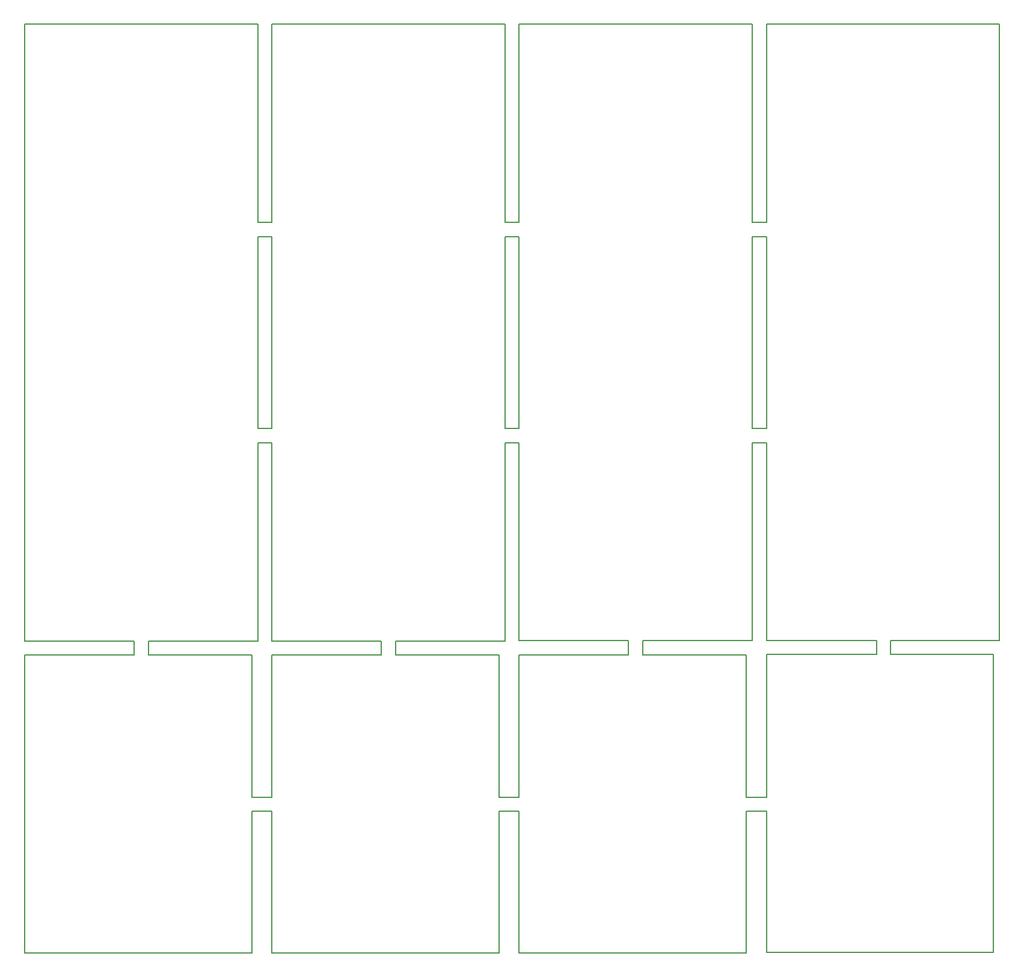
<source format=gbr>
G04 #@! TF.FileFunction,Profile,NP*
%FSLAX46Y46*%
G04 Gerber Fmt 4.6, Leading zero omitted, Abs format (unit mm)*
G04 Created by KiCad (PCBNEW 4.0.4-1.fc24-product) date Sun Dec  4 16:57:25 2016*
%MOMM*%
%LPD*%
G01*
G04 APERTURE LIST*
%ADD10C,0.100000*%
%ADD11C,0.150000*%
G04 APERTURE END LIST*
D10*
D11*
X139000000Y-95400000D02*
X139000000Y-123300000D01*
X137000000Y-95400000D02*
X139000000Y-95400000D01*
X137000000Y-123300000D02*
X137000000Y-95400000D01*
X104200000Y-95400000D02*
X104200000Y-123300000D01*
X102200000Y-95400000D02*
X104200000Y-95400000D01*
X102200000Y-123350000D02*
X102200000Y-95400000D01*
X69400000Y-95400000D02*
X69400000Y-123350000D01*
X67400000Y-95400000D02*
X69400000Y-95400000D01*
X67400000Y-123350000D02*
X67400000Y-95400000D01*
X69400000Y-66400000D02*
X69400000Y-93400000D01*
X67400000Y-66400000D02*
X69400000Y-66400000D01*
X67400000Y-93400000D02*
X67400000Y-66400000D01*
X69400000Y-93400000D02*
X67400000Y-93400000D01*
X104200000Y-66400000D02*
X104200000Y-93400000D01*
X102200000Y-66400000D02*
X104200000Y-66400000D01*
X102200000Y-93400000D02*
X102200000Y-66400000D01*
X104200000Y-93400000D02*
X102200000Y-93400000D01*
X139000000Y-66400000D02*
X139000000Y-93400000D01*
X137000000Y-66400000D02*
X139000000Y-66400000D01*
X137000000Y-93400000D02*
X137000000Y-66400000D01*
X139000000Y-93400000D02*
X137000000Y-93400000D01*
X67400000Y-64400000D02*
X67400000Y-36400000D01*
X69400000Y-64400000D02*
X67400000Y-64400000D01*
X69400000Y-36400000D02*
X69400000Y-64400000D01*
X102200000Y-64400000D02*
X102200000Y-36400000D01*
X104200000Y-64400000D02*
X102200000Y-64400000D01*
X104200000Y-36400000D02*
X104200000Y-64400000D01*
X137000000Y-64400000D02*
X137000000Y-36400000D01*
X139000000Y-64400000D02*
X137000000Y-64400000D01*
X139000000Y-36400000D02*
X139000000Y-64400000D01*
X139000000Y-147350000D02*
X139000000Y-167250000D01*
X136200000Y-147350000D02*
X139000000Y-147350000D01*
X136200000Y-167300000D02*
X136200000Y-147350000D01*
X139000000Y-125250000D02*
X139050000Y-125250000D01*
X139000000Y-145350000D02*
X139000000Y-125250000D01*
X136200000Y-145350000D02*
X139000000Y-145350000D01*
X136200000Y-125300000D02*
X136200000Y-145350000D01*
X104200000Y-147350000D02*
X104200000Y-167300000D01*
X101400000Y-147350000D02*
X104200000Y-147350000D01*
X101400000Y-167350000D02*
X101400000Y-147350000D01*
X104200000Y-145350000D02*
X104200000Y-125300000D01*
X101400000Y-145350000D02*
X104200000Y-145350000D01*
X101400000Y-125350000D02*
X101400000Y-145350000D01*
X69400000Y-147350000D02*
X69400000Y-167350000D01*
X66600000Y-147350000D02*
X69400000Y-147350000D01*
X66600000Y-167350000D02*
X66600000Y-147350000D01*
X69400000Y-145350000D02*
X69400000Y-125350000D01*
X66600000Y-145350000D02*
X69400000Y-145350000D01*
X66600000Y-125350000D02*
X66600000Y-145350000D01*
X156500000Y-125250000D02*
X171000000Y-125250000D01*
X156500000Y-123300000D02*
X156500000Y-125250000D01*
X171800000Y-123300000D02*
X156500000Y-123300000D01*
X154500000Y-125250000D02*
X139000000Y-125250000D01*
X154500000Y-123300000D02*
X154500000Y-125250000D01*
X139000000Y-123300000D02*
X154500000Y-123300000D01*
X121600000Y-125300000D02*
X136200000Y-125300000D01*
X121600000Y-123300000D02*
X121600000Y-125300000D01*
X137000000Y-123300000D02*
X121600000Y-123300000D01*
X119600000Y-125300000D02*
X104200000Y-125300000D01*
X119600000Y-123300000D02*
X119600000Y-125300000D01*
X104200000Y-123300000D02*
X119600000Y-123300000D01*
X86800000Y-125350000D02*
X101400000Y-125350000D01*
X86800000Y-123350000D02*
X86800000Y-125350000D01*
X102200000Y-123350000D02*
X86800000Y-123350000D01*
X84800000Y-125350000D02*
X69400000Y-125350000D01*
X84800000Y-123350000D02*
X84800000Y-125350000D01*
X69400000Y-123350000D02*
X84800000Y-123350000D01*
X52000000Y-125350000D02*
X66600000Y-125350000D01*
X52000000Y-123350000D02*
X52000000Y-125350000D01*
X67400000Y-123350000D02*
X52000000Y-123350000D01*
X50000000Y-125350000D02*
X34600000Y-125350000D01*
X50000000Y-123350000D02*
X50000000Y-125350000D01*
X34600000Y-123350000D02*
X50000000Y-123350000D01*
X34600000Y-36400000D02*
X34600000Y-123350000D01*
X67400000Y-36400000D02*
X34600000Y-36400000D01*
X102200000Y-36400000D02*
X69400000Y-36400000D01*
X137000000Y-36400000D02*
X104200000Y-36400000D01*
X171800000Y-123300000D02*
X171800000Y-79850000D01*
X171800000Y-36400000D02*
X139000000Y-36400000D01*
X171800000Y-79850000D02*
X171800000Y-36400000D01*
X34600000Y-167350000D02*
X34600000Y-125350000D01*
X66600000Y-167350000D02*
X34600000Y-167350000D01*
X101400000Y-167350000D02*
X69400000Y-167350000D01*
X136200000Y-167300000D02*
X104200000Y-167300000D01*
X171000000Y-167250000D02*
X139000000Y-167250000D01*
X171000000Y-125250000D02*
X171000000Y-167250000D01*
M02*

</source>
